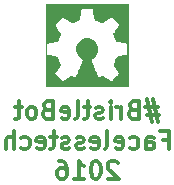
<source format=gbo>
G04 (created by PCBNEW (22-Jun-2014 BZR 4027)-stable) date Tue 12 Jul 2016 21:22:19 BST*
%MOIN*%
G04 Gerber Fmt 3.4, Leading zero omitted, Abs format*
%FSLAX34Y34*%
G01*
G70*
G90*
G04 APERTURE LIST*
%ADD10C,0.00590551*%
%ADD11C,0.011811*%
%ADD12C,0.0001*%
G04 APERTURE END LIST*
G54D10*
G54D11*
X110112Y-74354D02*
X110084Y-74326D01*
X110028Y-74298D01*
X109887Y-74298D01*
X109831Y-74326D01*
X109803Y-74354D01*
X109774Y-74410D01*
X109774Y-74467D01*
X109803Y-74551D01*
X110140Y-74889D01*
X109774Y-74889D01*
X109409Y-74298D02*
X109353Y-74298D01*
X109296Y-74326D01*
X109268Y-74354D01*
X109240Y-74410D01*
X109212Y-74523D01*
X109212Y-74664D01*
X109240Y-74776D01*
X109268Y-74832D01*
X109296Y-74860D01*
X109353Y-74889D01*
X109409Y-74889D01*
X109465Y-74860D01*
X109493Y-74832D01*
X109521Y-74776D01*
X109549Y-74664D01*
X109549Y-74523D01*
X109521Y-74410D01*
X109493Y-74354D01*
X109465Y-74326D01*
X109409Y-74298D01*
X108650Y-74889D02*
X108987Y-74889D01*
X108818Y-74889D02*
X108818Y-74298D01*
X108875Y-74382D01*
X108931Y-74439D01*
X108987Y-74467D01*
X108143Y-74298D02*
X108256Y-74298D01*
X108312Y-74326D01*
X108340Y-74354D01*
X108396Y-74439D01*
X108425Y-74551D01*
X108425Y-74776D01*
X108396Y-74832D01*
X108368Y-74860D01*
X108312Y-74889D01*
X108200Y-74889D01*
X108143Y-74860D01*
X108115Y-74832D01*
X108087Y-74776D01*
X108087Y-74635D01*
X108115Y-74579D01*
X108143Y-74551D01*
X108200Y-74523D01*
X108312Y-74523D01*
X108368Y-74551D01*
X108396Y-74579D01*
X108425Y-74635D01*
X111616Y-73579D02*
X111813Y-73579D01*
X111813Y-73889D02*
X111813Y-73298D01*
X111532Y-73298D01*
X111054Y-73889D02*
X111054Y-73579D01*
X111082Y-73523D01*
X111138Y-73495D01*
X111251Y-73495D01*
X111307Y-73523D01*
X111054Y-73860D02*
X111110Y-73889D01*
X111251Y-73889D01*
X111307Y-73860D01*
X111335Y-73804D01*
X111335Y-73748D01*
X111307Y-73692D01*
X111251Y-73664D01*
X111110Y-73664D01*
X111054Y-73635D01*
X110520Y-73860D02*
X110576Y-73889D01*
X110688Y-73889D01*
X110745Y-73860D01*
X110773Y-73832D01*
X110801Y-73776D01*
X110801Y-73607D01*
X110773Y-73551D01*
X110745Y-73523D01*
X110688Y-73495D01*
X110576Y-73495D01*
X110520Y-73523D01*
X110042Y-73860D02*
X110098Y-73889D01*
X110210Y-73889D01*
X110267Y-73860D01*
X110295Y-73804D01*
X110295Y-73579D01*
X110267Y-73523D01*
X110210Y-73495D01*
X110098Y-73495D01*
X110042Y-73523D01*
X110013Y-73579D01*
X110013Y-73635D01*
X110295Y-73692D01*
X109676Y-73889D02*
X109732Y-73860D01*
X109760Y-73804D01*
X109760Y-73298D01*
X109226Y-73860D02*
X109282Y-73889D01*
X109395Y-73889D01*
X109451Y-73860D01*
X109479Y-73804D01*
X109479Y-73579D01*
X109451Y-73523D01*
X109395Y-73495D01*
X109282Y-73495D01*
X109226Y-73523D01*
X109198Y-73579D01*
X109198Y-73635D01*
X109479Y-73692D01*
X108973Y-73860D02*
X108917Y-73889D01*
X108804Y-73889D01*
X108748Y-73860D01*
X108720Y-73804D01*
X108720Y-73776D01*
X108748Y-73720D01*
X108804Y-73692D01*
X108889Y-73692D01*
X108945Y-73664D01*
X108973Y-73607D01*
X108973Y-73579D01*
X108945Y-73523D01*
X108889Y-73495D01*
X108804Y-73495D01*
X108748Y-73523D01*
X108495Y-73860D02*
X108439Y-73889D01*
X108326Y-73889D01*
X108270Y-73860D01*
X108242Y-73804D01*
X108242Y-73776D01*
X108270Y-73720D01*
X108326Y-73692D01*
X108411Y-73692D01*
X108467Y-73664D01*
X108495Y-73607D01*
X108495Y-73579D01*
X108467Y-73523D01*
X108411Y-73495D01*
X108326Y-73495D01*
X108270Y-73523D01*
X108073Y-73495D02*
X107848Y-73495D01*
X107989Y-73298D02*
X107989Y-73804D01*
X107961Y-73860D01*
X107904Y-73889D01*
X107848Y-73889D01*
X107426Y-73860D02*
X107483Y-73889D01*
X107595Y-73889D01*
X107651Y-73860D01*
X107679Y-73804D01*
X107679Y-73579D01*
X107651Y-73523D01*
X107595Y-73495D01*
X107483Y-73495D01*
X107426Y-73523D01*
X107398Y-73579D01*
X107398Y-73635D01*
X107679Y-73692D01*
X106892Y-73860D02*
X106948Y-73889D01*
X107061Y-73889D01*
X107117Y-73860D01*
X107145Y-73832D01*
X107173Y-73776D01*
X107173Y-73607D01*
X107145Y-73551D01*
X107117Y-73523D01*
X107061Y-73495D01*
X106948Y-73495D01*
X106892Y-73523D01*
X106639Y-73889D02*
X106639Y-73298D01*
X106386Y-73889D02*
X106386Y-73579D01*
X106414Y-73523D01*
X106470Y-73495D01*
X106555Y-73495D01*
X106611Y-73523D01*
X106639Y-73551D01*
X111448Y-72495D02*
X111026Y-72495D01*
X111279Y-72242D02*
X111448Y-73001D01*
X111082Y-72748D02*
X111504Y-72748D01*
X111251Y-73001D02*
X111082Y-72242D01*
X110632Y-72579D02*
X110548Y-72607D01*
X110520Y-72635D01*
X110492Y-72692D01*
X110492Y-72776D01*
X110520Y-72832D01*
X110548Y-72860D01*
X110604Y-72889D01*
X110829Y-72889D01*
X110829Y-72298D01*
X110632Y-72298D01*
X110576Y-72326D01*
X110548Y-72354D01*
X110520Y-72410D01*
X110520Y-72467D01*
X110548Y-72523D01*
X110576Y-72551D01*
X110632Y-72579D01*
X110829Y-72579D01*
X110238Y-72889D02*
X110238Y-72495D01*
X110238Y-72607D02*
X110210Y-72551D01*
X110182Y-72523D01*
X110126Y-72495D01*
X110070Y-72495D01*
X109873Y-72889D02*
X109873Y-72495D01*
X109873Y-72298D02*
X109901Y-72326D01*
X109873Y-72354D01*
X109845Y-72326D01*
X109873Y-72298D01*
X109873Y-72354D01*
X109620Y-72860D02*
X109564Y-72889D01*
X109451Y-72889D01*
X109395Y-72860D01*
X109367Y-72804D01*
X109367Y-72776D01*
X109395Y-72720D01*
X109451Y-72692D01*
X109535Y-72692D01*
X109592Y-72664D01*
X109620Y-72607D01*
X109620Y-72579D01*
X109592Y-72523D01*
X109535Y-72495D01*
X109451Y-72495D01*
X109395Y-72523D01*
X109198Y-72495D02*
X108973Y-72495D01*
X109114Y-72298D02*
X109114Y-72804D01*
X109085Y-72860D01*
X109029Y-72889D01*
X108973Y-72889D01*
X108692Y-72889D02*
X108748Y-72860D01*
X108776Y-72804D01*
X108776Y-72298D01*
X108242Y-72860D02*
X108298Y-72889D01*
X108411Y-72889D01*
X108467Y-72860D01*
X108495Y-72804D01*
X108495Y-72579D01*
X108467Y-72523D01*
X108411Y-72495D01*
X108298Y-72495D01*
X108242Y-72523D01*
X108214Y-72579D01*
X108214Y-72635D01*
X108495Y-72692D01*
X107764Y-72579D02*
X107679Y-72607D01*
X107651Y-72635D01*
X107623Y-72692D01*
X107623Y-72776D01*
X107651Y-72832D01*
X107679Y-72860D01*
X107736Y-72889D01*
X107961Y-72889D01*
X107961Y-72298D01*
X107764Y-72298D01*
X107707Y-72326D01*
X107679Y-72354D01*
X107651Y-72410D01*
X107651Y-72467D01*
X107679Y-72523D01*
X107707Y-72551D01*
X107764Y-72579D01*
X107961Y-72579D01*
X107286Y-72889D02*
X107342Y-72860D01*
X107370Y-72832D01*
X107398Y-72776D01*
X107398Y-72607D01*
X107370Y-72551D01*
X107342Y-72523D01*
X107286Y-72495D01*
X107201Y-72495D01*
X107145Y-72523D01*
X107117Y-72551D01*
X107089Y-72607D01*
X107089Y-72776D01*
X107117Y-72832D01*
X107145Y-72860D01*
X107201Y-72889D01*
X107286Y-72889D01*
X106920Y-72495D02*
X106695Y-72495D01*
X106836Y-72298D02*
X106836Y-72804D01*
X106808Y-72860D01*
X106751Y-72889D01*
X106695Y-72889D01*
G54D12*
G36*
X107722Y-71828D02*
X107765Y-71828D01*
X107765Y-70620D01*
X107765Y-70566D01*
X107765Y-70509D01*
X107765Y-70465D01*
X107766Y-70432D01*
X107767Y-70409D01*
X107769Y-70394D01*
X107771Y-70385D01*
X107774Y-70382D01*
X107784Y-70380D01*
X107805Y-70375D01*
X107836Y-70369D01*
X107875Y-70361D01*
X107919Y-70353D01*
X107948Y-70348D01*
X107994Y-70339D01*
X108036Y-70331D01*
X108071Y-70324D01*
X108097Y-70318D01*
X108112Y-70315D01*
X108116Y-70313D01*
X108120Y-70305D01*
X108129Y-70286D01*
X108141Y-70259D01*
X108155Y-70227D01*
X108170Y-70192D01*
X108185Y-70156D01*
X108199Y-70122D01*
X108211Y-70093D01*
X108219Y-70071D01*
X108224Y-70058D01*
X108224Y-70057D01*
X108220Y-70047D01*
X108210Y-70028D01*
X108194Y-70004D01*
X108179Y-69981D01*
X108135Y-69919D01*
X108100Y-69867D01*
X108073Y-69826D01*
X108053Y-69795D01*
X108040Y-69773D01*
X108034Y-69760D01*
X108033Y-69758D01*
X108038Y-69750D01*
X108051Y-69734D01*
X108071Y-69712D01*
X108097Y-69685D01*
X108125Y-69655D01*
X108156Y-69624D01*
X108187Y-69593D01*
X108216Y-69564D01*
X108242Y-69539D01*
X108263Y-69519D01*
X108278Y-69507D01*
X108284Y-69503D01*
X108292Y-69507D01*
X108310Y-69518D01*
X108336Y-69534D01*
X108368Y-69556D01*
X108406Y-69581D01*
X108436Y-69602D01*
X108477Y-69629D01*
X108513Y-69654D01*
X108544Y-69674D01*
X108568Y-69689D01*
X108584Y-69698D01*
X108589Y-69701D01*
X108599Y-69698D01*
X108620Y-69691D01*
X108648Y-69680D01*
X108681Y-69666D01*
X108717Y-69652D01*
X108752Y-69636D01*
X108784Y-69622D01*
X108811Y-69609D01*
X108830Y-69600D01*
X108839Y-69594D01*
X108839Y-69594D01*
X108842Y-69584D01*
X108847Y-69563D01*
X108853Y-69532D01*
X108861Y-69493D01*
X108869Y-69449D01*
X108874Y-69425D01*
X108882Y-69379D01*
X108891Y-69336D01*
X108898Y-69300D01*
X108904Y-69272D01*
X108908Y-69254D01*
X108909Y-69250D01*
X108912Y-69245D01*
X108915Y-69242D01*
X108922Y-69239D01*
X108933Y-69237D01*
X108950Y-69236D01*
X108975Y-69235D01*
X109010Y-69235D01*
X109056Y-69234D01*
X109092Y-69234D01*
X109143Y-69235D01*
X109188Y-69235D01*
X109225Y-69237D01*
X109253Y-69238D01*
X109269Y-69240D01*
X109273Y-69241D01*
X109275Y-69249D01*
X109280Y-69270D01*
X109286Y-69300D01*
X109294Y-69339D01*
X109302Y-69383D01*
X109309Y-69420D01*
X109318Y-69467D01*
X109327Y-69511D01*
X109335Y-69548D01*
X109342Y-69576D01*
X109347Y-69594D01*
X109350Y-69599D01*
X109360Y-69606D01*
X109380Y-69615D01*
X109408Y-69627D01*
X109441Y-69641D01*
X109477Y-69655D01*
X109512Y-69669D01*
X109545Y-69682D01*
X109573Y-69691D01*
X109593Y-69697D01*
X109602Y-69699D01*
X109610Y-69694D01*
X109629Y-69682D01*
X109655Y-69665D01*
X109688Y-69643D01*
X109726Y-69618D01*
X109752Y-69599D01*
X109792Y-69572D01*
X109827Y-69548D01*
X109858Y-69528D01*
X109882Y-69513D01*
X109896Y-69505D01*
X109900Y-69503D01*
X109908Y-69508D01*
X109924Y-69521D01*
X109946Y-69542D01*
X109974Y-69569D01*
X110007Y-69601D01*
X110032Y-69626D01*
X110073Y-69667D01*
X110105Y-69700D01*
X110128Y-69725D01*
X110142Y-69743D01*
X110150Y-69755D01*
X110151Y-69762D01*
X110146Y-69771D01*
X110135Y-69790D01*
X110117Y-69818D01*
X110095Y-69851D01*
X110070Y-69888D01*
X110055Y-69910D01*
X110029Y-69949D01*
X110005Y-69985D01*
X109985Y-70016D01*
X109971Y-70039D01*
X109963Y-70054D01*
X109962Y-70058D01*
X109965Y-70068D01*
X109972Y-70088D01*
X109983Y-70116D01*
X109997Y-70149D01*
X110011Y-70185D01*
X110026Y-70221D01*
X110041Y-70253D01*
X110053Y-70281D01*
X110063Y-70301D01*
X110068Y-70311D01*
X110068Y-70311D01*
X110077Y-70314D01*
X110097Y-70319D01*
X110127Y-70326D01*
X110165Y-70334D01*
X110209Y-70342D01*
X110238Y-70348D01*
X110285Y-70357D01*
X110327Y-70365D01*
X110363Y-70372D01*
X110391Y-70377D01*
X110408Y-70381D01*
X110412Y-70382D01*
X110415Y-70390D01*
X110418Y-70410D01*
X110419Y-70439D01*
X110421Y-70475D01*
X110422Y-70517D01*
X110422Y-70560D01*
X110422Y-70604D01*
X110422Y-70646D01*
X110420Y-70683D01*
X110418Y-70714D01*
X110416Y-70735D01*
X110413Y-70745D01*
X110413Y-70745D01*
X110403Y-70748D01*
X110382Y-70753D01*
X110352Y-70760D01*
X110313Y-70768D01*
X110269Y-70776D01*
X110245Y-70781D01*
X110200Y-70789D01*
X110158Y-70798D01*
X110123Y-70806D01*
X110097Y-70812D01*
X110081Y-70817D01*
X110078Y-70819D01*
X110073Y-70828D01*
X110064Y-70848D01*
X110052Y-70876D01*
X110037Y-70909D01*
X110023Y-70946D01*
X110008Y-70983D01*
X109994Y-71018D01*
X109982Y-71048D01*
X109974Y-71072D01*
X109970Y-71086D01*
X109969Y-71088D01*
X109973Y-71096D01*
X109984Y-71114D01*
X110001Y-71140D01*
X110022Y-71172D01*
X110047Y-71209D01*
X110061Y-71229D01*
X110088Y-71268D01*
X110111Y-71303D01*
X110130Y-71334D01*
X110144Y-71357D01*
X110152Y-71371D01*
X110153Y-71375D01*
X110148Y-71382D01*
X110135Y-71398D01*
X110115Y-71420D01*
X110090Y-71447D01*
X110061Y-71477D01*
X110031Y-71508D01*
X110000Y-71539D01*
X109971Y-71568D01*
X109945Y-71593D01*
X109924Y-71613D01*
X109910Y-71626D01*
X109903Y-71630D01*
X109896Y-71626D01*
X109879Y-71616D01*
X109854Y-71599D01*
X109822Y-71578D01*
X109786Y-71553D01*
X109764Y-71538D01*
X109725Y-71512D01*
X109690Y-71489D01*
X109660Y-71469D01*
X109637Y-71455D01*
X109623Y-71447D01*
X109620Y-71446D01*
X109610Y-71449D01*
X109591Y-71458D01*
X109566Y-71470D01*
X109549Y-71479D01*
X109519Y-71494D01*
X109499Y-71503D01*
X109484Y-71503D01*
X109473Y-71494D01*
X109463Y-71475D01*
X109450Y-71443D01*
X109448Y-71439D01*
X109440Y-71420D01*
X109428Y-71389D01*
X109412Y-71350D01*
X109393Y-71303D01*
X109371Y-71252D01*
X109349Y-71197D01*
X109334Y-71162D01*
X109312Y-71109D01*
X109292Y-71059D01*
X109275Y-71016D01*
X109260Y-70979D01*
X109249Y-70951D01*
X109243Y-70933D01*
X109241Y-70928D01*
X109247Y-70919D01*
X109261Y-70905D01*
X109282Y-70888D01*
X109291Y-70881D01*
X109350Y-70832D01*
X109395Y-70780D01*
X109428Y-70725D01*
X109449Y-70665D01*
X109459Y-70598D01*
X109460Y-70562D01*
X109454Y-70490D01*
X109435Y-70424D01*
X109402Y-70363D01*
X109357Y-70308D01*
X109340Y-70292D01*
X109283Y-70250D01*
X109221Y-70220D01*
X109156Y-70202D01*
X109090Y-70197D01*
X109023Y-70203D01*
X108959Y-70222D01*
X108898Y-70252D01*
X108843Y-70295D01*
X108824Y-70313D01*
X108779Y-70370D01*
X108748Y-70430D01*
X108729Y-70495D01*
X108723Y-70566D01*
X108723Y-70567D01*
X108730Y-70638D01*
X108749Y-70705D01*
X108781Y-70766D01*
X108827Y-70822D01*
X108885Y-70874D01*
X108901Y-70886D01*
X108922Y-70902D01*
X108937Y-70916D01*
X108944Y-70926D01*
X108945Y-70927D01*
X108942Y-70937D01*
X108935Y-70957D01*
X108924Y-70984D01*
X108911Y-71016D01*
X108910Y-71020D01*
X108898Y-71049D01*
X108881Y-71088D01*
X108862Y-71135D01*
X108840Y-71187D01*
X108817Y-71242D01*
X108795Y-71297D01*
X108793Y-71301D01*
X108772Y-71351D01*
X108753Y-71396D01*
X108736Y-71436D01*
X108722Y-71468D01*
X108712Y-71491D01*
X108706Y-71504D01*
X108705Y-71505D01*
X108696Y-71505D01*
X108678Y-71498D01*
X108652Y-71487D01*
X108636Y-71479D01*
X108608Y-71465D01*
X108585Y-71454D01*
X108569Y-71447D01*
X108564Y-71446D01*
X108556Y-71450D01*
X108538Y-71461D01*
X108512Y-71477D01*
X108480Y-71498D01*
X108444Y-71523D01*
X108433Y-71530D01*
X108396Y-71556D01*
X108361Y-71579D01*
X108332Y-71599D01*
X108310Y-71613D01*
X108297Y-71622D01*
X108295Y-71623D01*
X108289Y-71625D01*
X108283Y-71624D01*
X108275Y-71620D01*
X108263Y-71612D01*
X108247Y-71597D01*
X108224Y-71576D01*
X108195Y-71547D01*
X108156Y-71509D01*
X108156Y-71509D01*
X108120Y-71472D01*
X108088Y-71439D01*
X108063Y-71412D01*
X108044Y-71390D01*
X108035Y-71377D01*
X108033Y-71374D01*
X108037Y-71364D01*
X108048Y-71345D01*
X108064Y-71318D01*
X108086Y-71285D01*
X108111Y-71248D01*
X108125Y-71227D01*
X108151Y-71189D01*
X108174Y-71154D01*
X108194Y-71125D01*
X108208Y-71103D01*
X108216Y-71090D01*
X108217Y-71088D01*
X108214Y-71079D01*
X108207Y-71059D01*
X108196Y-71032D01*
X108184Y-70999D01*
X108169Y-70963D01*
X108154Y-70927D01*
X108140Y-70892D01*
X108127Y-70861D01*
X108117Y-70838D01*
X108110Y-70824D01*
X108109Y-70822D01*
X108103Y-70817D01*
X108090Y-70813D01*
X108070Y-70807D01*
X108041Y-70800D01*
X108003Y-70792D01*
X107953Y-70783D01*
X107891Y-70771D01*
X107853Y-70764D01*
X107823Y-70759D01*
X107798Y-70754D01*
X107781Y-70750D01*
X107777Y-70749D01*
X107773Y-70747D01*
X107770Y-70743D01*
X107768Y-70733D01*
X107767Y-70718D01*
X107766Y-70695D01*
X107765Y-70663D01*
X107765Y-70620D01*
X107765Y-71828D01*
X109100Y-71828D01*
X110478Y-71828D01*
X110478Y-70450D01*
X110478Y-69072D01*
X109100Y-69072D01*
X107722Y-69072D01*
X107722Y-70450D01*
X107722Y-71828D01*
X107722Y-71828D01*
X107722Y-71828D01*
G37*
M02*

</source>
